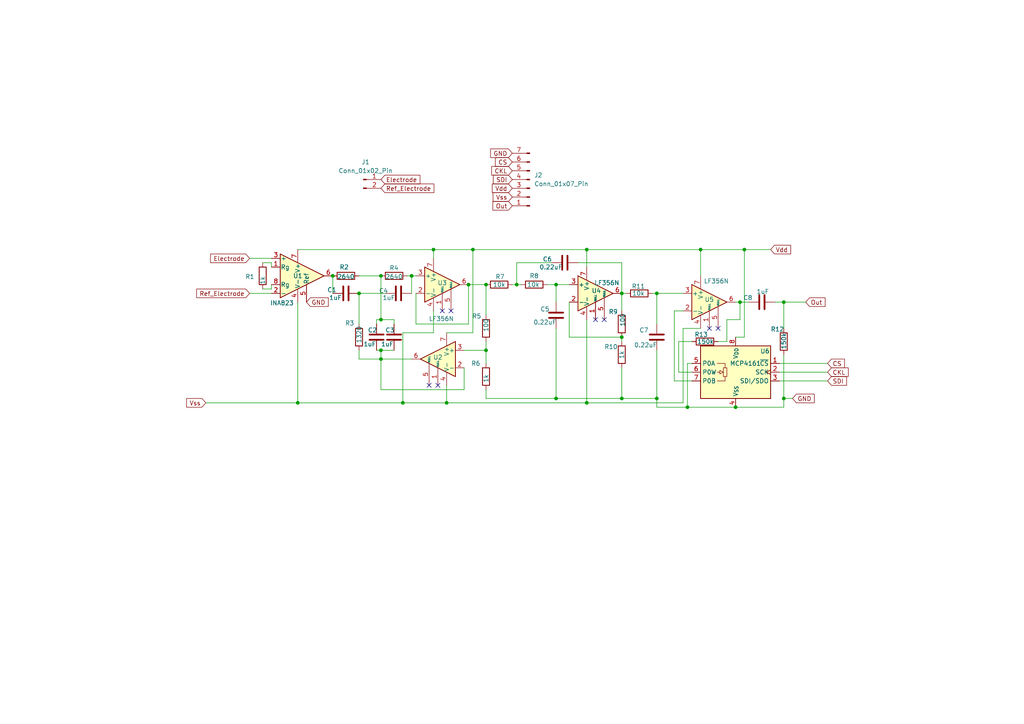
<source format=kicad_sch>
(kicad_sch (version 20231120) (generator "eeschema") (generator_version "8.0")
  (paper "A4")
  (lib_symbols
    (symbol "Amplifier_Instrumentation:INA333xxDGK" (pin_names (offset 0.127))
      (property "Reference" "U" (at 3.81 3.175 0))
      (property "Value" "INA333xxDGK" (at 3.81 -3.175 0))
      (symbol "INA333xxDGK_0_1"
        (polyline (pts (xy 7.62 0) (xy -5.08 6.35) (xy -5.08 -6.35) (xy 7.62 0)) (stroke (width 0.254)) (fill (type background)))
      )
      (symbol "INA333xxDGK_1_1"
        (pin passive line (at -7.62 2.54 0) (length 2.54) (name "Rg") (number "1"))
        (pin input line (at -7.62 -5.08 0) (length 2.54) (name "-") (number "2"))
        (pin input line (at -7.62 5.08 0) (length 2.54) (name "+") (number "3"))
        (pin power_in line (at 0 -7.62 90) (length 3.81) (name "V-") (number "4"))
        (pin input line (at 2.54 -7.62 90) (length 5.08) (name "Ref") (number "5"))
        (pin output line (at 10.16 0 180) (length 2.54) (name "~") (number "6"))
        (pin power_in line (at 0 7.62 270) (length 3.81) (name "V+") (number "7"))
        (pin passive line (at -7.62 -2.54 0) (length 2.54) (name "Rg") (number "8"))
      )
    )
    (symbol "Amplifier_Operational:LF357" (pin_names (offset 0.127))
      (property "Reference" "U" (at 0 6.35 0))
      (property "Value" "LF357" (at 0 3.81 0))
      (symbol "LF357_0_1"
        (polyline (pts (xy -5.08 5.08) (xy 5.08 0) (xy -5.08 -5.08) (xy -5.08 5.08)) (stroke (width 0.254)) (fill (type background)))
      )
      (symbol "LF357_1_1"
        (pin input line (at 0 -7.62 90) (length 5.08) (name "NULL") (number "1"))
        (pin input line (at -7.62 -2.54 0) (length 2.54) (name "-") (number "2"))
        (pin input line (at -7.62 2.54 0) (length 2.54) (name "+") (number "3"))
        (pin power_in line (at -2.54 -7.62 90) (length 3.81) (name "V-") (number "4"))
        (pin input line (at 2.54 -7.62 90) (length 6.35) (name "NULL") (number "5"))
        (pin output line (at 7.62 0 180) (length 2.54) (name "~") (number "6"))
        (pin power_in line (at -2.54 7.62 270) (length 3.81) (name "V+") (number "7"))
        (pin no_connect line (at 0 2.54 270) (length 2.54) hide (name "NC") (number "8"))
      )
    )
    (symbol "Connector:Conn_01x02_Pin" (pin_names (offset 1.016) hide)
      (property "Reference" "J" (at 0 2.54 0))
      (property "Value" "Conn_01x02_Pin" (at 0 -5.08 0))
      (symbol "Conn_01x02_Pin_1_1"
        (polyline (pts (xy 1.27 -2.54) (xy 0.8636 -2.54)) (stroke (width 0.1524)))
        (polyline (pts (xy 1.27 0) (xy 0.8636 0)) (stroke (width 0.1524)))
        (rectangle (start 0.8636 -2.413) (end 0 -2.667) (stroke (width 0.1524)) (fill (type outline)))
        (rectangle (start 0.8636 0.127) (end 0 -0.127) (stroke (width 0.1524)) (fill (type outline)))
        (pin passive line (at 5.08 0 180) (length 3.81) (name "Pin_1") (number "1"))
        (pin passive line (at 5.08 -2.54 180) (length 3.81) (name "Pin_2") (number "2"))
      )
    )
    (symbol "Connector:Conn_01x07_Pin" (pin_names (offset 1.016) hide)
      (property "Reference" "J" (at 0 10.16 0))
      (property "Value" "Conn_01x07_Pin" (at 0 -10.16 0))
      (symbol "Conn_01x07_Pin_1_1"
        (polyline (pts (xy 1.27 -7.62) (xy 0.8636 -7.62)) (stroke (width 0.1524)))
        (polyline (pts (xy 1.27 -5.08) (xy 0.8636 -5.08)) (stroke (width 0.1524)))
        (polyline (pts (xy 1.27 -2.54) (xy 0.8636 -2.54)) (stroke (width 0.1524)))
        (polyline (pts (xy 1.27 0) (xy 0.8636 0)) (stroke (width 0.1524)))
        (polyline (pts (xy 1.27 2.54) (xy 0.8636 2.54)) (stroke (width 0.1524)))
        (polyline (pts (xy 1.27 5.08) (xy 0.8636 5.08)) (stroke (width 0.1524)))
        (polyline (pts (xy 1.27 7.62) (xy 0.8636 7.62)) (stroke (width 0.1524)))
        (rectangle (start 0.8636 -7.493) (end 0 -7.747) (stroke (width 0.1524)) (fill (type outline)))
        (rectangle (start 0.8636 -4.953) (end 0 -5.207) (stroke (width 0.1524)) (fill (type outline)))
        (rectangle (start 0.8636 -2.413) (end 0 -2.667) (stroke (width 0.1524)) (fill (type outline)))
        (rectangle (start 0.8636 0.127) (end 0 -0.127) (stroke (width 0.1524)) (fill (type outline)))
        (rectangle (start 0.8636 2.667) (end 0 2.413) (stroke (width 0.1524)) (fill (type outline)))
        (rectangle (start 0.8636 5.207) (end 0 4.953) (stroke (width 0.1524)) (fill (type outline)))
        (rectangle (start 0.8636 7.747) (end 0 7.493) (stroke (width 0.1524)) (fill (type outline)))
        (pin passive line (at 5.08 7.62 180) (length 3.81) (name "Pin_1") (number "1"))
        (pin passive line (at 5.08 5.08 180) (length 3.81) (name "Pin_2") (number "2"))
        (pin passive line (at 5.08 2.54 180) (length 3.81) (name "Pin_3") (number "3"))
        (pin passive line (at 5.08 0 180) (length 3.81) (name "Pin_4") (number "4"))
        (pin passive line (at 5.08 -2.54 180) (length 3.81) (name "Pin_5") (number "5"))
        (pin passive line (at 5.08 -5.08 180) (length 3.81) (name "Pin_6") (number "6"))
        (pin passive line (at 5.08 -7.62 180) (length 3.81) (name "Pin_7") (number "7"))
      )
    )
    (symbol "Device:C" (pin_numbers hide) (pin_names (offset 0.254))
      (property "Reference" "C" (at 0.635 2.54 0))
      (property "Value" "C" (at 0.635 -2.54 0))
      (symbol "C_0_1"
        (polyline (pts (xy -2.032 -0.762) (xy 2.032 -0.762)) (stroke (width 0.508)))
        (polyline (pts (xy -2.032 0.762) (xy 2.032 0.762)) (stroke (width 0.508)))
      )
      (symbol "C_1_1"
        (pin passive line (at 0 3.81 270) (length 2.794) (name "~") (number "1"))
        (pin passive line (at 0 -3.81 90) (length 2.794) (name "~") (number "2"))
      )
    )
    (symbol "Device:R" (pin_numbers hide) (pin_names (offset 0))
      (property "Reference" "R" (at 2.032 0 90))
      (property "Value" "R" (at 0 0 90))
      (symbol "R_0_1"
        (rectangle (start -1.016 -2.54) (end 1.016 2.54) (stroke (width 0.254)))
      )
      (symbol "R_1_1"
        (pin passive line (at 0 3.81 270) (length 1.27) (name "~") (number "1"))
        (pin passive line (at 0 -3.81 90) (length 1.27) (name "~") (number "2"))
      )
    )
    (symbol "Potentiometer_Digital:MCP4161-xxxx-P"
      (property "Reference" "U" (at 2.54 11.43 0))
      (property "Value" "MCP4161-xxxx-P" (at 2.54 8.89 0))
      (symbol "MCP4161-xxxx-P_0_0"
        (pin input line (at -12.7 2.54 0) (length 2.54) (name "~{CS}") (number "1"))
        (pin input clock (at -12.7 0 0) (length 2.54) (name "SCK") (number "2"))
        (pin bidirectional line (at -12.7 -2.54 0) (length 2.54) (name "SDI/SDO") (number "3"))
        (pin power_in line (at 0 -10.16 90) (length 2.54) (name "V_{SS}") (number "4"))
        (pin passive line (at 12.7 2.54 180) (length 2.54) (name "P0A") (number "5"))
        (pin passive line (at 12.7 0 180) (length 2.54) (name "P0W") (number "6"))
        (pin passive line (at 12.7 -2.54 180) (length 2.54) (name "P0B") (number "7"))
        (pin power_in line (at 0 10.16 270) (length 2.54) (name "V_{DD}") (number "8"))
      )
      (symbol "MCP4161-xxxx-P_0_1"
        (polyline (pts (xy 4.572 0) (xy 5.334 0)))
        (polyline (pts (xy 3.048 -1.27) (xy 3.048 -2.54) (xy 5.334 -2.54)))
        (polyline (pts (xy 5.334 2.54) (xy 3.048 2.54) (xy 3.048 1.27)))
        (polyline (pts (xy 4.572 0.508) (xy 3.556 0) (xy 4.572 -0.508) (xy 4.572 0.508)))
        (rectangle (start 2.54 1.27) (end 3.556 -1.27))
      )
      (symbol "MCP4161-xxxx-P_1_1"
        (rectangle (start -10.16 7.62) (end 10.16 -7.62) (stroke (width 0.254)) (fill (type background)))
      )
    )
  )
  (junction (at 140.97 82.55))
  (junction (at 214.63 87.63))
  (junction (at 116.84 116.84))
  (junction (at 170.18 116.84))
  (junction (at 96.52 80.01))
  (junction (at 161.29 82.55))
  (junction (at 104.14 85.09))
  (junction (at 137.16 72.39))
  (junction (at 119.38 80.01))
  (junction (at 215.9 72.39))
  (junction (at 190.5 115.57))
  (junction (at 129.54 116.84))
  (junction (at 227.33 87.63))
  (junction (at 110.49 101.6))
  (junction (at 140.97 101.6))
  (junction (at 135.89 82.55))
  (junction (at 180.34 115.57))
  (junction (at 180.34 97.79))
  (junction (at 110.49 92.71))
  (junction (at 227.33 115.57))
  (junction (at 86.36 116.84))
  (junction (at 110.49 80.01))
  (junction (at 170.18 72.39))
  (junction (at 110.49 104.14))
  (junction (at 125.73 72.39))
  (junction (at 180.34 85.09))
  (junction (at 149.86 82.55))
  (junction (at 203.2 72.39))
  (junction (at 213.36 118.11))
  (junction (at 190.5 85.09))
  (junction (at 199.39 118.11))
  (junction (at 161.29 115.57))
  (no_connect (at 124.46 111.76))
  (no_connect (at 127 111.76))
  (no_connect (at 172.72 92.71))
  (no_connect (at 130.81 90.17))
  (no_connect (at 128.27 90.17))
  (no_connect (at 208.28 95.25))
  (no_connect (at 205.74 95.25))
  (no_connect (at 175.26 92.71))
  (wire (pts (xy 129.54 111.76) (xy 129.54 116.84)))
  (wire (pts (xy 119.38 80.01) (xy 120.65 80.01)))
  (wire (pts (xy 210.82 92.71) (xy 214.63 92.71)))
  (wire (pts (xy 140.97 99.06) (xy 140.97 101.6)))
  (wire (pts (xy 170.18 72.39) (xy 137.16 72.39)))
  (wire (pts (xy 140.97 91.44) (xy 140.97 82.55)))
  (wire (pts (xy 104.14 85.09) (xy 111.76 85.09)))
  (wire (pts (xy 161.29 82.55) (xy 165.1 82.55)))
  (wire (pts (xy 129.54 96.52) (xy 137.16 96.52)))
  (wire (pts (xy 129.54 116.84) (xy 116.84 116.84)))
  (wire (pts (xy 214.63 92.71) (xy 214.63 87.63)))
  (wire (pts (xy 149.86 82.55) (xy 151.13 82.55)))
  (wire (pts (xy 190.5 118.11) (xy 190.5 115.57)))
  (wire (pts (xy 59.69 116.84) (xy 86.36 116.84)))
  (wire (pts (xy 215.9 97.79) (xy 213.36 97.79)))
  (wire (pts (xy 227.33 118.11) (xy 227.33 115.57)))
  (wire (pts (xy 161.29 82.55) (xy 161.29 87.63)))
  (wire (pts (xy 116.84 116.84) (xy 86.36 116.84)))
  (wire (pts (xy 134.62 113.03) (xy 110.49 113.03)))
  (wire (pts (xy 180.34 85.09) (xy 180.34 90.17)))
  (wire (pts (xy 161.29 95.25) (xy 161.29 115.57)))
  (wire (pts (xy 180.34 115.57) (xy 180.34 106.68)))
  (wire (pts (xy 199.39 105.41) (xy 199.39 118.11)))
  (wire (pts (xy 190.5 118.11) (xy 199.39 118.11)))
  (wire (pts (xy 78.74 76.2) (xy 78.74 77.47)))
  (wire (pts (xy 76.2 76.2) (xy 78.74 76.2)))
  (wire (pts (xy 196.85 99.06) (xy 200.66 99.06)))
  (wire (pts (xy 110.49 101.6) (xy 110.49 104.14)))
  (wire (pts (xy 198.12 95.25) (xy 198.12 116.84)))
  (wire (pts (xy 125.73 96.52) (xy 125.73 90.17)))
  (wire (pts (xy 120.65 93.98) (xy 135.89 93.98)))
  (wire (pts (xy 149.86 76.2) (xy 149.86 82.55)))
  (wire (pts (xy 104.14 104.14) (xy 110.49 104.14)))
  (wire (pts (xy 170.18 116.84) (xy 129.54 116.84)))
  (wire (pts (xy 195.58 110.49) (xy 195.58 90.17)))
  (wire (pts (xy 161.29 115.57) (xy 180.34 115.57)))
  (wire (pts (xy 110.49 92.71) (xy 110.49 80.01)))
  (wire (pts (xy 180.34 115.57) (xy 190.5 115.57)))
  (wire (pts (xy 104.14 104.14) (xy 104.14 101.6)))
  (wire (pts (xy 224.79 87.63) (xy 227.33 87.63)))
  (wire (pts (xy 134.62 106.68) (xy 134.62 113.03)))
  (wire (pts (xy 125.73 96.52) (xy 116.84 96.52)))
  (wire (pts (xy 109.22 92.71) (xy 109.22 93.98)))
  (wire (pts (xy 227.33 87.63) (xy 233.68 87.63)))
  (wire (pts (xy 170.18 92.71) (xy 170.18 116.84)))
  (wire (pts (xy 96.52 80.01) (xy 96.52 85.09)))
  (wire (pts (xy 120.65 85.09) (xy 120.65 93.98)))
  (wire (pts (xy 72.39 74.93) (xy 78.74 74.93)))
  (wire (pts (xy 119.38 80.01) (xy 119.38 85.09)))
  (wire (pts (xy 226.06 105.41) (xy 240.03 105.41)))
  (wire (pts (xy 196.85 107.95) (xy 196.85 99.06)))
  (wire (pts (xy 226.06 110.49) (xy 240.03 110.49)))
  (wire (pts (xy 170.18 77.47) (xy 170.18 72.39)))
  (wire (pts (xy 226.06 107.95) (xy 240.03 107.95)))
  (wire (pts (xy 78.74 83.82) (xy 78.74 82.55)))
  (wire (pts (xy 203.2 72.39) (xy 215.9 72.39)))
  (wire (pts (xy 180.34 76.2) (xy 180.34 85.09)))
  (wire (pts (xy 227.33 115.57) (xy 229.87 115.57)))
  (wire (pts (xy 110.49 104.14) (xy 110.49 113.03)))
  (wire (pts (xy 104.14 80.01) (xy 110.49 80.01)))
  (wire (pts (xy 165.1 97.79) (xy 180.34 97.79)))
  (wire (pts (xy 109.22 101.6) (xy 110.49 101.6)))
  (wire (pts (xy 140.97 113.03) (xy 140.97 115.57)))
  (wire (pts (xy 215.9 72.39) (xy 223.52 72.39)))
  (wire (pts (xy 165.1 87.63) (xy 165.1 97.79)))
  (wire (pts (xy 190.5 101.6) (xy 190.5 115.57)))
  (wire (pts (xy 190.5 85.09) (xy 198.12 85.09)))
  (wire (pts (xy 227.33 87.63) (xy 227.33 95.25)))
  (wire (pts (xy 200.66 107.95) (xy 196.85 107.95)))
  (wire (pts (xy 134.62 101.6) (xy 140.97 101.6)))
  (wire (pts (xy 203.2 95.25) (xy 198.12 95.25)))
  (wire (pts (xy 148.59 82.55) (xy 149.86 82.55)))
  (wire (pts (xy 190.5 85.09) (xy 189.23 85.09)))
  (wire (pts (xy 140.97 115.57) (xy 161.29 115.57)))
  (wire (pts (xy 114.3 93.98) (xy 114.3 92.71)))
  (wire (pts (xy 213.36 118.11) (xy 227.33 118.11)))
  (wire (pts (xy 199.39 118.11) (xy 213.36 118.11)))
  (wire (pts (xy 135.89 82.55) (xy 140.97 82.55)))
  (wire (pts (xy 200.66 105.41) (xy 199.39 105.41)))
  (wire (pts (xy 137.16 96.52) (xy 137.16 72.39)))
  (wire (pts (xy 210.82 99.06) (xy 210.82 92.71)))
  (wire (pts (xy 125.73 72.39) (xy 125.73 74.93)))
  (wire (pts (xy 180.34 97.79) (xy 180.34 99.06)))
  (wire (pts (xy 140.97 101.6) (xy 140.97 105.41)))
  (wire (pts (xy 227.33 102.87) (xy 227.33 115.57)))
  (wire (pts (xy 118.11 80.01) (xy 119.38 80.01)))
  (wire (pts (xy 214.63 87.63) (xy 213.36 87.63)))
  (wire (pts (xy 160.02 76.2) (xy 149.86 76.2)))
  (wire (pts (xy 203.2 72.39) (xy 170.18 72.39)))
  (wire (pts (xy 114.3 92.71) (xy 110.49 92.71)))
  (wire (pts (xy 110.49 101.6) (xy 114.3 101.6)))
  (wire (pts (xy 215.9 72.39) (xy 215.9 97.79)))
  (wire (pts (xy 86.36 116.84) (xy 86.36 87.63)))
  (wire (pts (xy 125.73 72.39) (xy 86.36 72.39)))
  (wire (pts (xy 181.61 85.09) (xy 180.34 85.09)))
  (wire (pts (xy 110.49 104.14) (xy 119.38 104.14)))
  (wire (pts (xy 167.64 76.2) (xy 180.34 76.2)))
  (wire (pts (xy 198.12 116.84) (xy 170.18 116.84)))
  (wire (pts (xy 195.58 90.17) (xy 198.12 90.17)))
  (wire (pts (xy 109.22 92.71) (xy 110.49 92.71)))
  (wire (pts (xy 158.75 82.55) (xy 161.29 82.55)))
  (wire (pts (xy 104.14 85.09) (xy 104.14 93.98)))
  (wire (pts (xy 195.58 110.49) (xy 200.66 110.49)))
  (wire (pts (xy 135.89 82.55) (xy 135.89 93.98)))
  (wire (pts (xy 137.16 72.39) (xy 125.73 72.39)))
  (wire (pts (xy 190.5 85.09) (xy 190.5 93.98)))
  (wire (pts (xy 116.84 96.52) (xy 116.84 116.84)))
  (wire (pts (xy 76.2 83.82) (xy 78.74 83.82)))
  (wire (pts (xy 72.39 85.09) (xy 78.74 85.09)))
  (wire (pts (xy 217.17 87.63) (xy 214.63 87.63)))
  (wire (pts (xy 208.28 99.06) (xy 210.82 99.06)))
  (wire (pts (xy 203.2 80.01) (xy 203.2 72.39)))
  (global_label "GND" (shape input) (at 88.9 87.63 0) (property "Intersheetrefs" "${INTERSHEET_REFS}" (effects (hide yes))))
  (global_label "GND" (shape input) (at 229.87 115.57 0) (property "Intersheetrefs" "${INTERSHEET_REFS}" (effects (hide yes))))
  (global_label "Ref_Electrode" (shape input) (at 110.49 54.61 0) (property "Intersheetrefs" "${INTERSHEET_REFS}" (effects (hide yes))))
  (global_label "CS" (shape input) (at 148.59 46.99 180) (property "Intersheetrefs" "${INTERSHEET_REFS}" (effects (hide yes))))
  (global_label "Vdd" (shape input) (at 223.52 72.39 0) (property "Intersheetrefs" "${INTERSHEET_REFS}" (effects (hide yes))))
  (global_label "Vdd" (shape input) (at 148.59 54.61 180) (property "Intersheetrefs" "${INTERSHEET_REFS}" (effects (hide yes))))
  (global_label "CKL" (shape input) (at 240.03 107.95 0) (property "Intersheetrefs" "${INTERSHEET_REFS}" (effects (hide yes))))
  (global_label "SDI" (shape input) (at 148.59 52.07 180) (property "Intersheetrefs" "${INTERSHEET_REFS}" (effects (hide yes))))
  (global_label "Ref_Electrode" (shape input) (at 72.39 85.09 180) (property "Intersheetrefs" "${INTERSHEET_REFS}" (effects (hide yes))))
  (global_label "Electrode" (shape input) (at 72.39 74.93 180) (property "Intersheetrefs" "${INTERSHEET_REFS}" (effects (hide yes))))
  (global_label "CKL" (shape input) (at 148.59 49.53 180) (property "Intersheetrefs" "${INTERSHEET_REFS}" (effects (hide yes))))
  (global_label "Electrode" (shape input) (at 110.49 52.07 0) (property "Intersheetrefs" "${INTERSHEET_REFS}" (effects (hide yes))))
  (global_label "SDI" (shape input) (at 240.03 110.49 0) (property "Intersheetrefs" "${INTERSHEET_REFS}" (effects (hide yes))))
  (global_label "CS" (shape input) (at 240.03 105.41 0) (property "Intersheetrefs" "${INTERSHEET_REFS}" (effects (hide yes))))
  (global_label "Out" (shape input) (at 233.68 87.63 0) (property "Intersheetrefs" "${INTERSHEET_REFS}" (effects (hide yes))))
  (global_label "GND" (shape input) (at 148.59 44.45 180) (property "Intersheetrefs" "${INTERSHEET_REFS}" (effects (hide yes))))
  (global_label "Vss" (shape input) (at 59.69 116.84 180) (property "Intersheetrefs" "${INTERSHEET_REFS}" (effects (hide yes))))
  (global_label "Out" (shape input) (at 148.59 59.69 180) (property "Intersheetrefs" "${INTERSHEET_REFS}" (effects (hide yes))))
  (global_label "Vss" (shape input) (at 148.59 57.15 180) (property "Intersheetrefs" "${INTERSHEET_REFS}" (effects (hide yes))))
  (symbol (lib_id "Device:C") (at 161.29 91.44 0) (unit 1)
    (property "Reference" "C5" (at 156.718 89.662 0) (effects (justify left)))
    (property "Value" "0.22uF" (at 154.686 93.472 0) (effects (justify left)))
    (property "Footprint" "Capacitor_SMD:C_0603_1608Metric" (effects (hide yes)))
    (property "Description" "Unpolarized capacitor" (effects (hide yes)))
  )
  (symbol (lib_id "Device:R") (at 76.2 80.01 0) (unit 1)
    (property "Reference" "R1" (at 71.12 80.264 0) (effects (justify left)))
    (property "Value" "1k" (at 76.2 82.55 90) (effects (justify left)))
    (property "Footprint" "Resistor_SMD:R_0402_1005Metric_Pad0.72x0.64mm_HandSolder" (effects (hide yes)))
    (property "Description" "Resistor" (effects (hide yes)))
  )
  (symbol (lib_id "Amplifier_Operational:LF357") (at 128.27 82.55 0) (unit 1)
    (property "Reference" "U3" (at 128.27 82.042 0))
    (property "Value" "LF356N" (at 128.016 92.456 0))
    (property "Footprint" "LF356M:SOIC127P599X175-8N" (effects (hide yes)))
    (property "Datasheet" "http://www.ti.com/lit/ds/symlink/lf357.pdf" (effects (hide yes)))
    (property "Description" "Single JFET Input Operational Amplifiers, DIP-8/SOIC-8" (effects (hide yes)))
  )
  (symbol (lib_id "Device:R") (at 114.3 80.01 270) (unit 1)
    (property "Reference" "R4" (at 114.3 77.724 90))
    (property "Value" "2640" (at 114.3 80.264 90))
    (property "Footprint" "Resistor_SMD:R_0603_1608Metric_Pad0.98x0.95mm_HandSolder" (effects (hide yes)))
    (property "Description" "Resistor" (effects (hide yes)))
  )
  (symbol (lib_id "Device:R") (at 185.42 85.09 90) (unit 1)
    (property "Reference" "R11" (at 185.166 83.058 90))
    (property "Value" "10k" (at 185.166 85.09 90))
    (property "Footprint" "Resistor_SMD:R_0603_1608Metric_Pad0.98x0.95mm_HandSolder" (effects (hide yes)))
    (property "Description" "Resistor" (effects (hide yes)))
  )
  (symbol (lib_id "Device:R") (at 104.14 97.79 0) (unit 1)
    (property "Reference" "R3" (at 100.076 93.726 0) (effects (justify left)))
    (property "Value" "1320" (at 104.14 99.568 90) (effects (justify left)))
    (property "Footprint" "Resistor_SMD:R_0805_2012Metric_Pad1.20x1.40mm_HandSolder" (effects (hide yes)))
    (property "Description" "Resistor" (effects (hide yes)))
  )
  (symbol (lib_id "Device:R") (at 140.97 95.25 0) (unit 1)
    (property "Reference" "R5" (at 136.906 91.694 0) (effects (justify left)))
    (property "Value" "100" (at 140.97 96.266 90) (effects (justify left)))
    (property "Footprint" "Resistor_SMD:R_0805_2012Metric_Pad1.20x1.40mm_HandSolder" (effects (hide yes)))
    (property "Description" "Resistor" (effects (hide yes)))
  )
  (symbol (lib_id "Device:R") (at 100.33 80.01 270) (unit 1)
    (property "Reference" "R2" (at 99.822 77.47 90))
    (property "Value" "2640" (at 100.33 80.264 90))
    (property "Footprint" "Resistor_SMD:R_0603_1608Metric_Pad0.98x0.95mm_HandSolder" (effects (hide yes)))
    (property "Description" "Resistor" (effects (hide yes)))
  )
  (symbol (lib_id "Amplifier_Instrumentation:INA333xxDGK") (at 86.36 80.01 0) (unit 1)
    (property "Reference" "U1" (at 86.36 80.01 0))
    (property "Value" "INA823" (at 81.788 87.884 0))
    (property "Footprint" "Package_SO:VSSOP-8_3x3mm_P0.65mm" (effects (hide yes)))
    (property "Datasheet" "https://www.ti.com/lit/ds/symlink/ina333.pdf" (effects (hide yes)))
    (property "Description" "Zero Drift, Micropower Instrumentation Amplifier G = 1 + 100kOhm/Rg, VSSOP-8" (effects (hide yes)))
  )
  (symbol (lib_id "Amplifier_Operational:LF357") (at 205.74 87.63 0) (unit 1)
    (property "Reference" "U5" (at 205.74 86.868 0))
    (property "Value" "LF356N" (at 207.772 81.534 0))
    (property "Footprint" "LF356M:SOIC127P599X175-8N" (effects (hide yes)))
    (property "Datasheet" "http://www.ti.com/lit/ds/symlink/lf357.pdf" (effects (hide yes)))
    (property "Description" "Single JFET Input Operational Amplifiers, DIP-8/SOIC-8" (effects (hide yes)))
  )
  (symbol (lib_id "Device:C") (at 114.3 97.79 0) (unit 1)
    (property "Reference" "C3" (at 111.76 95.758 0) (effects (justify left)))
    (property "Value" "1uF" (at 110.49 99.822 0) (effects (justify left)))
    (property "Footprint" "Capacitor_SMD:C_0805_2012Metric" (effects (hide yes)))
    (property "Description" "Unpolarized capacitor" (effects (hide yes)))
  )
  (symbol (lib_id "Device:R") (at 140.97 109.22 0) (unit 1)
    (property "Reference" "R6" (at 136.652 105.41 0) (effects (justify left)))
    (property "Value" "1k" (at 140.97 110.998 90) (effects (justify left)))
    (property "Footprint" "Resistor_SMD:R_0402_1005Metric_Pad0.72x0.64mm_HandSolder" (effects (hide yes)))
    (property "Description" "Resistor" (effects (hide yes)))
  )
  (symbol (lib_id "Device:C") (at 115.57 85.09 90) (unit 1)
    (property "Reference" "C4" (at 111.252 84.328 90))
    (property "Value" "1uF" (at 112.776 86.36 90))
    (property "Footprint" "Capacitor_SMD:C_0805_2012Metric" (effects (hide yes)))
    (property "Description" "Unpolarized capacitor" (effects (hide yes)))
  )
  (symbol (lib_id "Device:R") (at 180.34 102.87 0) (unit 1)
    (property "Reference" "R10" (at 175.26 100.584 0) (effects (justify left)))
    (property "Value" "1k" (at 180.34 104.14 90) (effects (justify left)))
    (property "Footprint" "Resistor_SMD:R_0402_1005Metric_Pad0.72x0.64mm_HandSolder" (effects (hide yes)))
    (property "Description" "Resistor" (effects (hide yes)))
  )
  (symbol (lib_id "Amplifier_Operational:LF357") (at 172.72 85.09 0) (unit 1)
    (property "Reference" "U4" (at 172.974 84.328 0))
    (property "Value" "LF356N" (at 176.022 82.042 0))
    (property "Footprint" "LF356M:SOIC127P599X175-8N" (effects (hide yes)))
    (property "Datasheet" "http://www.ti.com/lit/ds/symlink/lf357.pdf" (effects (hide yes)))
    (property "Description" "Single JFET Input Operational Amplifiers, DIP-8/SOIC-8" (effects (hide yes)))
  )
  (symbol (lib_id "Device:C") (at 163.83 76.2 270) (unit 1)
    (property "Reference" "C6" (at 158.75 75.184 90))
    (property "Value" "0.22uF" (at 159.766 77.47 90))
    (property "Footprint" "Capacitor_SMD:C_0603_1608Metric" (effects (hide yes)))
    (property "Description" "Unpolarized capacitor" (effects (hide yes)))
  )
  (symbol (lib_id "Connector:Conn_01x02_Pin") (at 105.41 52.07 0) (unit 1)
    (property "Reference" "J1" (at 106.045 46.99 0))
    (property "Value" "Conn_01x02_Pin" (at 106.045 49.53 0))
    (property "Footprint" "Connector_PinHeader_2.00mm:PinHeader_1x02_P2.00mm_Vertical" (effects (hide yes)))
    (property "Description" "Generic connector, single row, 01x02, script generated" (effects (hide yes)))
  )
  (symbol (lib_id "Device:C") (at 190.5 97.79 0) (unit 1)
    (property "Reference" "C7" (at 185.42 95.758 0) (effects (justify left)))
    (property "Value" "0.22uF" (at 183.896 100.076 0) (effects (justify left)))
    (property "Footprint" "Capacitor_SMD:C_0603_1608Metric" (effects (hide yes)))
    (property "Description" "Unpolarized capacitor" (effects (hide yes)))
  )
  (symbol (lib_id "Device:R") (at 144.78 82.55 90) (unit 1)
    (property "Reference" "R7" (at 145.034 80.264 90))
    (property "Value" "10k" (at 144.78 82.55 90))
    (property "Footprint" "Resistor_SMD:R_0603_1608Metric_Pad0.98x0.95mm_HandSolder" (effects (hide yes)))
    (property "Description" "Resistor" (effects (hide yes)))
  )
  (symbol (lib_id "Connector:Conn_01x07_Pin") (at 153.67 52.07 180) (unit 1)
    (property "Reference" "J2" (at 154.94 50.7999 0) (effects (justify right)))
    (property "Value" "Conn_01x07_Pin" (at 154.94 53.3399 0) (effects (justify right)))
    (property "Footprint" "Connector_PinHeader_1.00mm:GoldFingers_1x07_P2.50mm" (effects (hide yes)))
    (property "Description" "Generic connector, single row, 01x07, script generated" (effects (hide yes)))
  )
  (symbol (lib_id "Device:C") (at 100.33 85.09 90) (unit 1)
    (property "Reference" "C1" (at 96.266 84.074 90))
    (property "Value" "1uF" (at 97.282 86.36 90))
    (property "Footprint" "Capacitor_SMD:C_0805_2012Metric" (effects (hide yes)))
    (property "Description" "Unpolarized capacitor" (effects (hide yes)))
  )
  (symbol (lib_id "Potentiometer_Digital:MCP4161-xxxx-P") (at 213.36 107.95 0) (mirror y) (unit 1)
    (property "Reference" "U6" (at 223.266 101.854 0) (effects (justify left)))
    (property "Value" "MCP4161" (at 220.726 105.41 0) (effects (justify left)))
    (property "Footprint" "Package_DIP:DIP-8_W7.62mm_Socket" (effects (hide yes)))
    (property "Datasheet" "https://ww1.microchip.com/downloads/aemDocuments/documents/OTH/ProductDocuments/DataSheets/22059b.pdf" (effects (hide yes)))
    (property "Description" "Single Digital Potentiometer, SPI interface, 257 taps, 5/10/50/100 kohm, non-volatile memory" (effects (hide yes)))
  )
  (symbol (lib_id "Device:R") (at 180.34 93.98 0) (unit 1)
    (property "Reference" "R9" (at 176.53 90.424 0) (effects (justify left)))
    (property "Value" "100" (at 180.594 94.742 90) (effects (justify left)))
    (property "Footprint" "Resistor_SMD:R_0805_2012Metric_Pad1.20x1.40mm_HandSolder" (effects (hide yes)))
    (property "Description" "Resistor" (effects (hide yes)))
  )
  (symbol (lib_id "Device:R") (at 227.33 99.06 0) (unit 1)
    (property "Reference" "R12" (at 223.52 95.504 0) (effects (justify left)))
    (property "Value" "150k" (at 227.33 101.346 90) (effects (justify left)))
    (property "Footprint" "Resistor_SMD:R_0402_1005Metric_Pad0.72x0.64mm_HandSolder" (effects (hide yes)))
    (property "Description" "Resistor" (effects (hide yes)))
  )
  (symbol (lib_id "Device:C") (at 220.98 87.63 90) (unit 1)
    (property "Reference" "C8" (at 216.916 86.36 90))
    (property "Value" "1uF" (at 221.234 84.582 90))
    (property "Footprint" "Capacitor_SMD:C_0805_2012Metric" (effects (hide yes)))
    (property "Description" "Unpolarized capacitor" (effects (hide yes)))
  )
  (symbol (lib_id "Device:R") (at 154.94 82.55 90) (unit 1)
    (property "Reference" "R8" (at 154.94 80.01 90))
    (property "Value" "10k" (at 154.686 82.55 90))
    (property "Footprint" "Resistor_SMD:R_0603_1608Metric_Pad0.98x0.95mm_HandSolder" (effects (hide yes)))
    (property "Description" "Resistor" (effects (hide yes)))
  )
  (symbol (lib_id "Amplifier_Operational:LF357") (at 127 104.14 0) (mirror y) (unit 1)
    (property "Reference" "U2" (at 127 103.632 0))
    (property "Value" "LF356N" (effects (hide yes)))
    (property "Footprint" "LF356M:SOIC127P599X175-8N" (effects (hide yes)))
    (property "Datasheet" "http://www.ti.com/lit/ds/symlink/lf357.pdf" (effects (hide yes)))
    (property "Description" "Single JFET Input Operational Amplifiers, DIP-8/SOIC-8" (effects (hide yes)))
  )
  (symbol (lib_id "Device:C") (at 109.22 97.79 0) (unit 1)
    (property "Reference" "C2" (at 106.68 95.758 0) (effects (justify left)))
    (property "Value" "1uF" (at 105.41 99.822 0) (effects (justify left)))
    (property "Footprint" "Capacitor_SMD:C_0805_2012Metric" (effects (hide yes)))
    (property "Description" "Unpolarized capacitor" (effects (hide yes)))
  )
  (symbol (lib_id "Device:R") (at 204.47 99.06 270) (unit 1)
    (property "Reference" "R13" (at 201.422 97.028 90) (effects (justify left)))
    (property "Value" "150k" (at 202.184 99.06 90) (effects (justify left)))
    (property "Footprint" "Resistor_SMD:R_0402_1005Metric_Pad0.72x0.64mm_HandSolder" (effects (hide yes)))
    (property "Description" "Resistor" (effects (hide yes)))
  )
)
</source>
